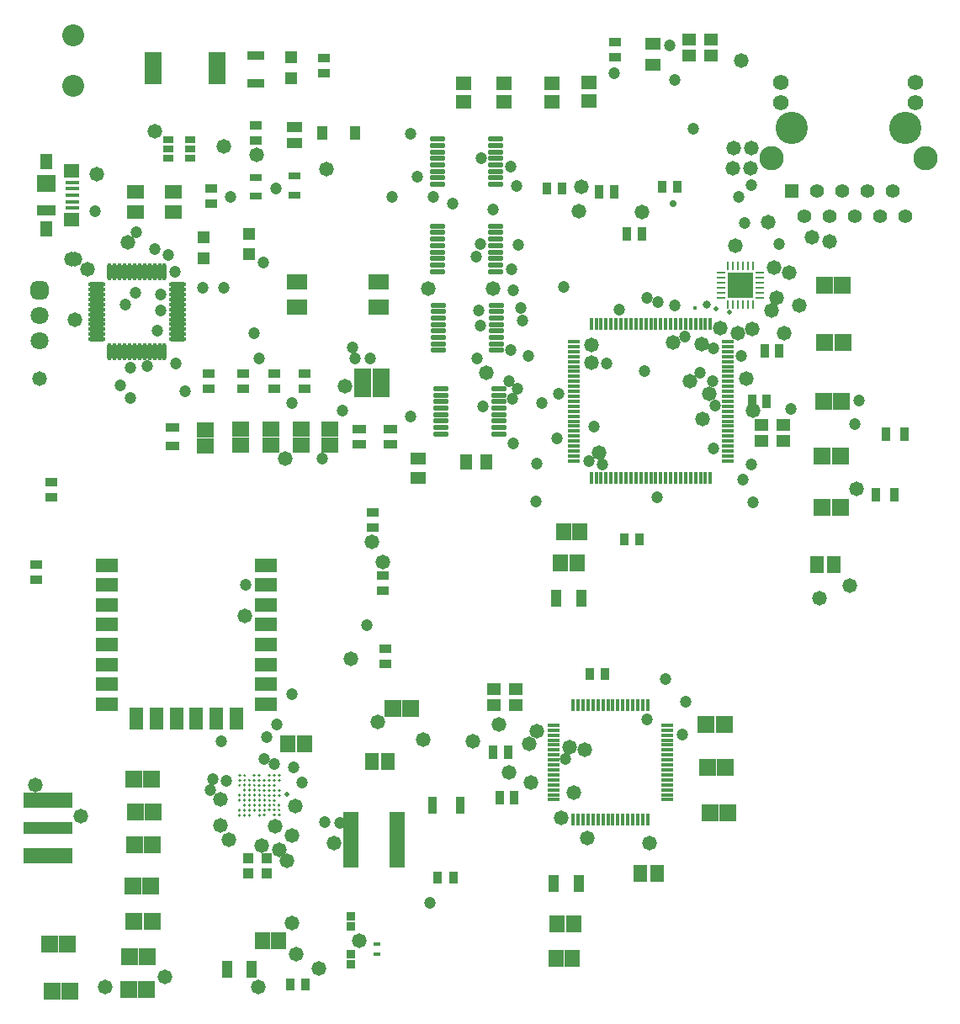
<source format=gts>
G04*
G04 #@! TF.GenerationSoftware,Altium Limited,Altium Designer,25.8.1 (18)*
G04*
G04 Layer_Color=8388736*
%FSLAX44Y44*%
%MOMM*%
G71*
G04*
G04 #@! TF.SameCoordinates,5D46F635-8B12-49F8-90BD-38314D954B60*
G04*
G04*
G04 #@! TF.FilePolarity,Negative*
G04*
G01*
G75*
%ADD16R,5.0000X1.2000*%
%ADD17R,5.0000X1.6000*%
%ADD20R,1.3098X0.9061*%
G04:AMPARAMS|DCode=21|XSize=1.5mm|YSize=0.45mm|CornerRadius=0.0495mm|HoleSize=0mm|Usage=FLASHONLY|Rotation=0.000|XOffset=0mm|YOffset=0mm|HoleType=Round|Shape=RoundedRectangle|*
%AMROUNDEDRECTD21*
21,1,1.5000,0.3510,0,0,0.0*
21,1,1.4010,0.4500,0,0,0.0*
1,1,0.0990,0.7005,-0.1755*
1,1,0.0990,-0.7005,-0.1755*
1,1,0.0990,-0.7005,0.1755*
1,1,0.0990,0.7005,0.1755*
%
%ADD21ROUNDEDRECTD21*%
%ADD22R,1.2000X0.3000*%
%ADD23R,0.3000X1.2000*%
G04:AMPARAMS|DCode=24|XSize=0.8611mm|YSize=0.2393mm|CornerRadius=0.1196mm|HoleSize=0mm|Usage=FLASHONLY|Rotation=0.000|XOffset=0mm|YOffset=0mm|HoleType=Round|Shape=RoundedRectangle|*
%AMROUNDEDRECTD24*
21,1,0.8611,0.0000,0,0,0.0*
21,1,0.6218,0.2393,0,0,0.0*
1,1,0.2393,0.3109,0.0000*
1,1,0.2393,-0.3109,0.0000*
1,1,0.2393,-0.3109,0.0000*
1,1,0.2393,0.3109,0.0000*
%
%ADD24ROUNDEDRECTD24*%
%ADD26R,1.0000X1.8000*%
%ADD27R,1.4000X1.2000*%
%ADD29R,0.9500X1.3500*%
%ADD30R,0.9061X1.3098*%
%ADD31R,1.5562X1.4546*%
%ADD32R,0.9500X1.4000*%
%ADD34R,1.3061X1.5098*%
%ADD35R,0.9500X1.7000*%
%ADD36R,1.2000X1.2000*%
%ADD37R,1.3000X0.7000*%
%ADD39R,1.7000X0.9500*%
%ADD40R,1.5098X1.3061*%
%ADD41R,1.3500X0.9500*%
%ADD42R,1.0000X0.7000*%
%ADD43R,1.3000X1.6500*%
%ADD44R,1.5500X1.4250*%
%ADD45R,1.3800X0.4500*%
%ADD46R,1.9000X1.8000*%
%ADD47R,1.9000X1.0000*%
%ADD50R,1.4000X0.9500*%
%ADD52R,1.1000X1.0000*%
G04:AMPARAMS|DCode=53|XSize=0.2393mm|YSize=0.8611mm|CornerRadius=0.1196mm|HoleSize=0mm|Usage=FLASHONLY|Rotation=0.000|XOffset=0mm|YOffset=0mm|HoleType=Round|Shape=RoundedRectangle|*
%AMROUNDEDRECTD53*
21,1,0.2393,0.6218,0,0,0.0*
21,1,0.0000,0.8611,0,0,0.0*
1,1,0.2393,0.0000,-0.3109*
1,1,0.2393,0.0000,-0.3109*
1,1,0.2393,0.0000,0.3109*
1,1,0.2393,0.0000,0.3109*
%
%ADD53ROUNDEDRECTD53*%
%ADD54R,0.8611X0.2393*%
%ADD55R,2.1590X1.5240*%
%ADD56R,1.7200X3.2000*%
%ADD58R,1.0000X1.4000*%
%ADD61R,1.5562X1.2552*%
%ADD62R,0.6600X0.4100*%
%ADD63R,1.6000X5.7000*%
%ADD64C,0.1650*%
%ADD65R,2.2032X1.4032*%
%ADD66R,1.4032X2.2032*%
%ADD67R,1.5532X1.6532*%
%ADD68R,1.7032X1.7532*%
%ADD69R,2.6000X2.6000*%
%ADD70R,1.4532X1.6532*%
%ADD71R,1.6532X1.5032*%
%ADD72O,1.7532X0.4532*%
%ADD73O,0.4532X1.7532*%
%ADD74R,0.9232X0.9232*%
%ADD75R,1.5532X1.0532*%
%ADD76R,1.7532X1.4532*%
%ADD77R,1.7032X2.9032*%
%ADD78C,1.5700*%
%ADD79C,2.4500*%
%ADD80C,2.2032*%
G04:AMPARAMS|DCode=81|XSize=1.8032mm|YSize=1.8032mm|CornerRadius=0.5016mm|HoleSize=0mm|Usage=FLASHONLY|Rotation=270.000|XOffset=0mm|YOffset=0mm|HoleType=Round|Shape=RoundedRectangle|*
%AMROUNDEDRECTD81*
21,1,1.8032,0.8000,0,0,270.0*
21,1,0.8000,1.8032,0,0,270.0*
1,1,1.0032,-0.4000,-0.4000*
1,1,1.0032,-0.4000,0.4000*
1,1,1.0032,0.4000,0.4000*
1,1,1.0032,0.4000,-0.4000*
%
%ADD81ROUNDEDRECTD81*%
%ADD82C,1.4000*%
%ADD83R,1.4000X1.4000*%
%ADD84C,3.2500*%
%ADD85C,1.8032*%
%ADD86C,1.2032*%
%ADD87C,1.4732*%
%ADD88C,0.5032*%
%ADD89C,0.7032*%
%ADD90C,0.8032*%
%ADD91C,0.4032*%
D16*
X29420Y187960D02*
D03*
D17*
Y160260D02*
D03*
Y215660D02*
D03*
D20*
X367030Y442101D02*
D03*
X238760Y895491D02*
D03*
X257810Y645301D02*
D03*
X369570Y352779D02*
D03*
X307340Y962801D02*
D03*
Y947279D02*
D03*
X238760Y879969D02*
D03*
X194310Y816469D02*
D03*
Y831991D02*
D03*
X191770Y645160D02*
D03*
Y629639D02*
D03*
X226060Y645301D02*
D03*
Y629779D02*
D03*
X257810D02*
D03*
X288290Y645301D02*
D03*
Y629779D02*
D03*
X33020Y535940D02*
D03*
Y520419D02*
D03*
X17780Y437869D02*
D03*
Y453390D02*
D03*
X356870Y505601D02*
D03*
Y490079D02*
D03*
X367030Y426579D02*
D03*
X369570Y368300D02*
D03*
X600710Y979311D02*
D03*
Y963789D02*
D03*
D21*
X479850Y861770D02*
D03*
X483450Y604070D02*
D03*
X480910Y688190D02*
D03*
X479850Y855270D02*
D03*
Y767640D02*
D03*
X421850Y848770D02*
D03*
Y835770D02*
D03*
Y842270D02*
D03*
Y761140D02*
D03*
X422910Y681690D02*
D03*
Y668690D02*
D03*
Y675190D02*
D03*
X425450Y584570D02*
D03*
Y597570D02*
D03*
Y591070D02*
D03*
X421850Y754640D02*
D03*
Y748140D02*
D03*
Y881270D02*
D03*
X479850D02*
D03*
Y874770D02*
D03*
Y868270D02*
D03*
Y848770D02*
D03*
Y842270D02*
D03*
Y835770D02*
D03*
X421850Y855270D02*
D03*
Y861770D02*
D03*
Y868270D02*
D03*
Y874770D02*
D03*
X480910Y714190D02*
D03*
Y707690D02*
D03*
Y701190D02*
D03*
Y694690D02*
D03*
Y681690D02*
D03*
Y675190D02*
D03*
Y668690D02*
D03*
X422910Y688190D02*
D03*
Y694690D02*
D03*
Y701190D02*
D03*
Y707690D02*
D03*
Y714190D02*
D03*
X483450Y630070D02*
D03*
Y623570D02*
D03*
Y617070D02*
D03*
Y610570D02*
D03*
Y597570D02*
D03*
Y591070D02*
D03*
Y584570D02*
D03*
X425450Y604070D02*
D03*
Y610570D02*
D03*
Y617070D02*
D03*
Y623570D02*
D03*
Y630070D02*
D03*
X479850Y793640D02*
D03*
Y787140D02*
D03*
Y780640D02*
D03*
Y774140D02*
D03*
Y761140D02*
D03*
Y754640D02*
D03*
Y748140D02*
D03*
X421850Y767640D02*
D03*
Y774140D02*
D03*
Y780640D02*
D03*
Y787140D02*
D03*
Y793640D02*
D03*
D22*
X713800Y557460D02*
D03*
Y562460D02*
D03*
Y567460D02*
D03*
Y572460D02*
D03*
Y577460D02*
D03*
Y582460D02*
D03*
Y587460D02*
D03*
Y592460D02*
D03*
Y597460D02*
D03*
Y602460D02*
D03*
Y607460D02*
D03*
Y612460D02*
D03*
Y617460D02*
D03*
Y622460D02*
D03*
Y627460D02*
D03*
Y632460D02*
D03*
Y637460D02*
D03*
Y642460D02*
D03*
Y647460D02*
D03*
Y652460D02*
D03*
Y657460D02*
D03*
Y662460D02*
D03*
Y667460D02*
D03*
Y672460D02*
D03*
Y677460D02*
D03*
X558800D02*
D03*
Y672460D02*
D03*
Y667460D02*
D03*
Y662460D02*
D03*
Y657460D02*
D03*
Y652460D02*
D03*
Y647460D02*
D03*
Y642460D02*
D03*
Y637460D02*
D03*
Y632460D02*
D03*
Y627460D02*
D03*
Y622460D02*
D03*
Y617460D02*
D03*
Y612460D02*
D03*
Y607460D02*
D03*
Y602460D02*
D03*
Y597460D02*
D03*
Y592460D02*
D03*
Y587460D02*
D03*
Y582460D02*
D03*
Y577460D02*
D03*
Y572460D02*
D03*
Y567460D02*
D03*
Y562460D02*
D03*
Y557460D02*
D03*
X653130Y286500D02*
D03*
X538130Y236500D02*
D03*
X653130Y291500D02*
D03*
Y281500D02*
D03*
Y276500D02*
D03*
Y271500D02*
D03*
Y266500D02*
D03*
Y261500D02*
D03*
Y256500D02*
D03*
Y251500D02*
D03*
Y246500D02*
D03*
Y241500D02*
D03*
Y236500D02*
D03*
Y231500D02*
D03*
Y226500D02*
D03*
Y221500D02*
D03*
Y216500D02*
D03*
X538130D02*
D03*
Y221500D02*
D03*
Y226500D02*
D03*
Y231500D02*
D03*
Y241500D02*
D03*
Y246500D02*
D03*
Y251500D02*
D03*
Y256500D02*
D03*
Y261500D02*
D03*
Y266500D02*
D03*
Y271500D02*
D03*
Y276500D02*
D03*
Y281500D02*
D03*
Y286500D02*
D03*
Y291500D02*
D03*
D23*
X696300Y694960D02*
D03*
X691300D02*
D03*
X686300D02*
D03*
X681300D02*
D03*
X676300D02*
D03*
X671300D02*
D03*
X666300D02*
D03*
X661300D02*
D03*
X656300D02*
D03*
X651300D02*
D03*
X646300D02*
D03*
X641300D02*
D03*
X636300D02*
D03*
X631300D02*
D03*
X626300D02*
D03*
X621300D02*
D03*
X616300D02*
D03*
X611300D02*
D03*
X606300D02*
D03*
X601300D02*
D03*
X596300D02*
D03*
X591300D02*
D03*
X586300D02*
D03*
X581300D02*
D03*
X576300D02*
D03*
Y539960D02*
D03*
X581300D02*
D03*
X586300D02*
D03*
X591300D02*
D03*
X596300D02*
D03*
X601300D02*
D03*
X606300D02*
D03*
X611300D02*
D03*
X616300D02*
D03*
X621300D02*
D03*
X626300D02*
D03*
X631300D02*
D03*
X636300D02*
D03*
X641300D02*
D03*
X646300D02*
D03*
X651300D02*
D03*
X656300D02*
D03*
X661300D02*
D03*
X666300D02*
D03*
X671300D02*
D03*
X676300D02*
D03*
X681300D02*
D03*
X686300D02*
D03*
X691300D02*
D03*
X696300D02*
D03*
X628130Y196500D02*
D03*
X563130Y311500D02*
D03*
Y196500D02*
D03*
X558130Y311500D02*
D03*
X568130D02*
D03*
X573130D02*
D03*
X578130D02*
D03*
X583130D02*
D03*
X588130D02*
D03*
X593130D02*
D03*
X598130D02*
D03*
X603130D02*
D03*
X608130D02*
D03*
X613130D02*
D03*
X618130D02*
D03*
X623130D02*
D03*
X628130D02*
D03*
X633130D02*
D03*
Y196500D02*
D03*
X623130D02*
D03*
X618130D02*
D03*
X613130D02*
D03*
X608130D02*
D03*
X603130D02*
D03*
X598130D02*
D03*
X593130D02*
D03*
X588130D02*
D03*
X583130D02*
D03*
X578130D02*
D03*
X573130D02*
D03*
X568130D02*
D03*
X558130D02*
D03*
D24*
X745695Y741560D02*
D03*
Y746560D02*
D03*
Y721560D02*
D03*
Y736560D02*
D03*
Y726560D02*
D03*
Y731560D02*
D03*
X707185Y721560D02*
D03*
Y726560D02*
D03*
Y731560D02*
D03*
Y736560D02*
D03*
Y741560D02*
D03*
D26*
X566420Y419100D02*
D03*
X541420D02*
D03*
X234750Y45720D02*
D03*
X209750D02*
D03*
X563880Y132080D02*
D03*
X538880D02*
D03*
D27*
X747620Y577850D02*
D03*
X769620Y593850D02*
D03*
Y577850D02*
D03*
X747620Y593850D02*
D03*
X675230Y981200D02*
D03*
X697230D02*
D03*
Y965200D02*
D03*
X675230D02*
D03*
X478380Y327660D02*
D03*
X500380D02*
D03*
Y311660D02*
D03*
X478380D02*
D03*
D29*
X750810Y668020D02*
D03*
X738110Y617220D02*
D03*
X584440Y828040D02*
D03*
X612260Y786130D02*
D03*
X484110Y218440D02*
D03*
X477760Y264160D02*
D03*
X492760D02*
D03*
X499110Y218440D02*
D03*
X753110Y617220D02*
D03*
X627260Y786130D02*
D03*
X599440Y828040D02*
D03*
X765810Y668020D02*
D03*
D30*
X647419Y833120D02*
D03*
X531849Y831850D02*
D03*
X609459Y478790D02*
D03*
X575029Y342900D02*
D03*
X437590Y138510D02*
D03*
X289000Y30560D02*
D03*
X624981Y478790D02*
D03*
X422068Y138510D02*
D03*
X662940Y833120D02*
D03*
X547370Y831850D02*
D03*
X273478Y30560D02*
D03*
X590550Y342900D02*
D03*
D31*
X574040Y919480D02*
D03*
X488950Y919112D02*
D03*
X537210D02*
D03*
X448310Y918744D02*
D03*
X574040Y937996D02*
D03*
X537210Y937628D02*
D03*
X448310Y937260D02*
D03*
X488950Y937628D02*
D03*
D32*
X891540Y584200D02*
D03*
X881380Y523240D02*
D03*
X862880D02*
D03*
X873040Y584200D02*
D03*
D34*
X450850Y556260D02*
D03*
X470371D02*
D03*
D35*
X444500Y210820D02*
D03*
X416500D02*
D03*
D36*
X274320Y942340D02*
D03*
X232410Y786130D02*
D03*
X186690Y782320D02*
D03*
X274320Y963340D02*
D03*
X232410Y765130D02*
D03*
X186690Y761320D02*
D03*
D37*
X278130Y824890D02*
D03*
X238760Y823620D02*
D03*
X278130Y843890D02*
D03*
X238760Y842620D02*
D03*
D39*
Y937230D02*
D03*
Y965230D02*
D03*
D40*
X402590Y560070D02*
D03*
Y540549D02*
D03*
D41*
X342900Y574160D02*
D03*
X374650D02*
D03*
Y589160D02*
D03*
X342900D02*
D03*
D42*
X172720Y861720D02*
D03*
Y880720D02*
D03*
Y871220D02*
D03*
X150730Y861720D02*
D03*
Y871220D02*
D03*
Y880720D02*
D03*
D43*
X27590Y858505D02*
D03*
Y791005D02*
D03*
D44*
X53340Y849630D02*
D03*
Y799880D02*
D03*
D45*
X54190Y811755D02*
D03*
Y818255D02*
D03*
Y824755D02*
D03*
Y831255D02*
D03*
Y837755D02*
D03*
D46*
X27590Y836255D02*
D03*
D47*
Y809255D02*
D03*
D50*
X154940Y590910D02*
D03*
Y572410D02*
D03*
D52*
X250190Y142240D02*
D03*
X231190Y157240D02*
D03*
X250190D02*
D03*
X231190Y142240D02*
D03*
D53*
X738940Y714805D02*
D03*
X733940D02*
D03*
X713940Y753315D02*
D03*
X718940D02*
D03*
X723940D02*
D03*
X728940D02*
D03*
X733940D02*
D03*
X738940D02*
D03*
X728940Y714805D02*
D03*
X723940D02*
D03*
X718940D02*
D03*
X713940D02*
D03*
D54*
X707185Y746560D02*
D03*
D55*
X280035Y712470D02*
D03*
Y737870D02*
D03*
X362585D02*
D03*
Y712470D02*
D03*
D56*
X135590Y952500D02*
D03*
X199690D02*
D03*
D58*
X306080Y887730D02*
D03*
X339080D02*
D03*
D61*
X638810Y956310D02*
D03*
Y976820D02*
D03*
D62*
X360680Y71060D02*
D03*
Y60960D02*
D03*
D63*
X381090Y176530D02*
D03*
X334090D02*
D03*
D64*
X263235Y220980D02*
G03*
X263235Y220980I-825J0D01*
G01*
X258235D02*
G03*
X258235Y220980I-825J0D01*
G01*
X253235D02*
G03*
X253235Y220980I-825J0D01*
G01*
X248235D02*
G03*
X248235Y220980I-825J0D01*
G01*
X243235D02*
G03*
X243235Y220980I-825J0D01*
G01*
X238235D02*
G03*
X238235Y220980I-825J0D01*
G01*
X233235D02*
G03*
X233235Y220980I-825J0D01*
G01*
X228235D02*
G03*
X228235Y220980I-825J0D01*
G01*
X223235D02*
G03*
X223235Y220980I-825J0D01*
G01*
X263235Y200980D02*
G03*
X263235Y200980I-825J0D01*
G01*
X258235D02*
G03*
X258235Y200980I-825J0D01*
G01*
X248235D02*
G03*
X248235Y200980I-825J0D01*
G01*
X243235D02*
G03*
X243235Y200980I-825J0D01*
G01*
X233235D02*
G03*
X233235Y200980I-825J0D01*
G01*
X228235D02*
G03*
X228235Y200980I-825J0D01*
G01*
X223235D02*
G03*
X223235Y200980I-825J0D01*
G01*
X263235Y205980D02*
G03*
X263235Y205980I-825J0D01*
G01*
X258235D02*
G03*
X258235Y205980I-825J0D01*
G01*
X253235D02*
G03*
X253235Y205980I-825J0D01*
G01*
X248235D02*
G03*
X248235Y205980I-825J0D01*
G01*
X243235D02*
G03*
X243235Y205980I-825J0D01*
G01*
X238235D02*
G03*
X238235Y205980I-825J0D01*
G01*
X233235D02*
G03*
X233235Y205980I-825J0D01*
G01*
X228235D02*
G03*
X228235Y205980I-825J0D01*
G01*
X223235D02*
G03*
X223235Y205980I-825J0D01*
G01*
X263235Y210980D02*
G03*
X263235Y210980I-825J0D01*
G01*
X258235D02*
G03*
X258235Y210980I-825J0D01*
G01*
X253235D02*
G03*
X253235Y210980I-825J0D01*
G01*
X248235D02*
G03*
X248235Y210980I-825J0D01*
G01*
X243235D02*
G03*
X243235Y210980I-825J0D01*
G01*
X238235D02*
G03*
X238235Y210980I-825J0D01*
G01*
X233235D02*
G03*
X233235Y210980I-825J0D01*
G01*
X228235D02*
G03*
X228235Y210980I-825J0D01*
G01*
X258235Y215980D02*
G03*
X258235Y215980I-825J0D01*
G01*
X253235D02*
G03*
X253235Y215980I-825J0D01*
G01*
X248235D02*
G03*
X248235Y215980I-825J0D01*
G01*
X243235D02*
G03*
X243235Y215980I-825J0D01*
G01*
X238235D02*
G03*
X238235Y215980I-825J0D01*
G01*
X233235D02*
G03*
X233235Y215980I-825J0D01*
G01*
X228235D02*
G03*
X228235Y215980I-825J0D01*
G01*
X223235D02*
G03*
X223235Y215980I-825J0D01*
G01*
X263235Y225980D02*
G03*
X263235Y225980I-825J0D01*
G01*
X258235D02*
G03*
X258235Y225980I-825J0D01*
G01*
X253235D02*
G03*
X253235Y225980I-825J0D01*
G01*
X248235D02*
G03*
X248235Y225980I-825J0D01*
G01*
X243235D02*
G03*
X243235Y225980I-825J0D01*
G01*
X238235D02*
G03*
X238235Y225980I-825J0D01*
G01*
X233235D02*
G03*
X233235Y225980I-825J0D01*
G01*
X228235D02*
G03*
X228235Y225980I-825J0D01*
G01*
X258235Y230980D02*
G03*
X258235Y230980I-825J0D01*
G01*
X253235D02*
G03*
X253235Y230980I-825J0D01*
G01*
X248235D02*
G03*
X248235Y230980I-825J0D01*
G01*
X243235D02*
G03*
X243235Y230980I-825J0D01*
G01*
X238235D02*
G03*
X238235Y230980I-825J0D01*
G01*
X233235D02*
G03*
X233235Y230980I-825J0D01*
G01*
X228235D02*
G03*
X228235Y230980I-825J0D01*
G01*
X223235D02*
G03*
X223235Y230980I-825J0D01*
G01*
X263235Y235980D02*
G03*
X263235Y235980I-825J0D01*
G01*
X258235D02*
G03*
X258235Y235980I-825J0D01*
G01*
X253235D02*
G03*
X253235Y235980I-825J0D01*
G01*
X248235D02*
G03*
X248235Y235980I-825J0D01*
G01*
X243235D02*
G03*
X243235Y235980I-825J0D01*
G01*
X238235D02*
G03*
X238235Y235980I-825J0D01*
G01*
X233235D02*
G03*
X233235Y235980I-825J0D01*
G01*
X228235D02*
G03*
X228235Y235980I-825J0D01*
G01*
X223235D02*
G03*
X223235Y235980I-825J0D01*
G01*
X263235Y240980D02*
G03*
X263235Y240980I-825J0D01*
G01*
X258235D02*
G03*
X258235Y240980I-825J0D01*
G01*
X253235D02*
G03*
X253235Y240980I-825J0D01*
G01*
X243235D02*
G03*
X243235Y240980I-825J0D01*
G01*
X238235D02*
G03*
X238235Y240980I-825J0D01*
G01*
X228235D02*
G03*
X228235Y240980I-825J0D01*
G01*
X223235D02*
G03*
X223235Y240980I-825J0D01*
G01*
D65*
X248910Y312630D02*
D03*
Y332630D02*
D03*
Y352630D02*
D03*
Y372630D02*
D03*
Y392630D02*
D03*
Y412630D02*
D03*
Y432630D02*
D03*
Y452630D02*
D03*
X88910D02*
D03*
Y412630D02*
D03*
Y432630D02*
D03*
Y392630D02*
D03*
Y372630D02*
D03*
Y352630D02*
D03*
Y332630D02*
D03*
Y312630D02*
D03*
D66*
X218910Y297830D02*
D03*
X198910D02*
D03*
X178910D02*
D03*
X158910D02*
D03*
X138910D02*
D03*
X118910D02*
D03*
D67*
X548650Y486410D02*
D03*
X545470Y454660D02*
D03*
X565150Y486410D02*
D03*
X561970Y454660D02*
D03*
X557530Y57150D02*
D03*
X542300Y91440D02*
D03*
X287730Y273130D02*
D03*
X245200Y74930D02*
D03*
X558800Y91440D02*
D03*
X541030Y57150D02*
D03*
X261700Y74930D02*
D03*
X271230Y273130D02*
D03*
D68*
X811310Y734060D02*
D03*
X811530Y676910D02*
D03*
X810040Y617220D02*
D03*
X808990Y562610D02*
D03*
Y510540D02*
D03*
X693200Y248920D02*
D03*
X692040Y292100D02*
D03*
X695740Y203200D02*
D03*
X394410Y308690D02*
D03*
X116060Y237570D02*
D03*
X117890Y204470D02*
D03*
X116620Y171450D02*
D03*
X116280Y94060D02*
D03*
X114790Y129620D02*
D03*
X31530Y71120D02*
D03*
X111540Y58420D02*
D03*
X110980Y25480D02*
D03*
X34070Y24130D02*
D03*
X376410Y308690D02*
D03*
X826990Y562610D02*
D03*
Y510540D02*
D03*
X128980Y25480D02*
D03*
X129540Y58420D02*
D03*
X132790Y129620D02*
D03*
X134280Y94060D02*
D03*
X134620Y171450D02*
D03*
X135890Y204470D02*
D03*
X52070Y24130D02*
D03*
X49530Y71120D02*
D03*
X134060Y237570D02*
D03*
X710040Y292100D02*
D03*
X711200Y248920D02*
D03*
X713740Y203200D02*
D03*
X829310Y734060D02*
D03*
X829530Y676910D02*
D03*
X828040Y617220D02*
D03*
D69*
X726440Y734060D02*
D03*
D70*
X803920Y453390D02*
D03*
X626120Y142240D02*
D03*
X372110Y255270D02*
D03*
X355610D02*
D03*
X642620Y142240D02*
D03*
X820420Y453390D02*
D03*
D71*
X284480Y589660D02*
D03*
X254000D02*
D03*
X313690Y573660D02*
D03*
X223520Y589280D02*
D03*
X187960Y588390D02*
D03*
X313690Y589660D02*
D03*
X284480Y573660D02*
D03*
X254000D02*
D03*
X223520Y573280D02*
D03*
X187960Y572390D02*
D03*
D72*
X159630Y729890D02*
D03*
X79130Y699890D02*
D03*
X159630Y734890D02*
D03*
Y724890D02*
D03*
Y719890D02*
D03*
Y714890D02*
D03*
Y709890D02*
D03*
Y704890D02*
D03*
Y699890D02*
D03*
Y694890D02*
D03*
Y689890D02*
D03*
Y684890D02*
D03*
Y679890D02*
D03*
X79130D02*
D03*
Y684890D02*
D03*
Y689890D02*
D03*
Y694890D02*
D03*
Y704890D02*
D03*
Y709890D02*
D03*
Y714890D02*
D03*
Y719890D02*
D03*
Y724890D02*
D03*
Y729890D02*
D03*
Y734890D02*
D03*
D73*
X141880Y667140D02*
D03*
X96880Y747640D02*
D03*
X91880D02*
D03*
X101880D02*
D03*
X106880D02*
D03*
X111880D02*
D03*
X116880D02*
D03*
X121880D02*
D03*
X126880D02*
D03*
X131880D02*
D03*
X136880D02*
D03*
X141880D02*
D03*
X146880D02*
D03*
Y667140D02*
D03*
X136880D02*
D03*
X131880D02*
D03*
X126880D02*
D03*
X121880D02*
D03*
X116880D02*
D03*
X111880D02*
D03*
X106880D02*
D03*
X101880D02*
D03*
X96880D02*
D03*
X91880D02*
D03*
D74*
X334720Y88980D02*
D03*
Y51040D02*
D03*
Y98980D02*
D03*
Y61040D02*
D03*
D75*
X278130Y893440D02*
D03*
Y876940D02*
D03*
D76*
X156210Y828130D02*
D03*
Y807630D02*
D03*
X118110Y828130D02*
D03*
Y807630D02*
D03*
D77*
X365100Y636270D02*
D03*
X346100D02*
D03*
D78*
X902970Y918230D02*
D03*
Y938530D02*
D03*
X767270Y918230D02*
D03*
Y938530D02*
D03*
D79*
X912620Y862330D02*
D03*
X757620D02*
D03*
D80*
X55150Y934720D02*
D03*
Y985520D02*
D03*
D81*
X21590Y728980D02*
D03*
D82*
X892270Y803930D02*
D03*
X879570Y829330D02*
D03*
X866870Y803930D02*
D03*
X854170Y829330D02*
D03*
X841470Y803930D02*
D03*
X828770Y829330D02*
D03*
X816070Y803930D02*
D03*
X803370Y829330D02*
D03*
X790670Y803930D02*
D03*
D83*
X777970Y829330D02*
D03*
D84*
Y892830D02*
D03*
X892270D02*
D03*
D85*
X21590Y703580D02*
D03*
Y678180D02*
D03*
D86*
X308610Y194310D02*
D03*
X195580Y237490D02*
D03*
X323110Y193040D02*
D03*
X192791Y226333D02*
D03*
X259599Y292619D02*
D03*
X250190Y279400D02*
D03*
X204470Y275590D02*
D03*
X208782Y235452D02*
D03*
X497369Y619882D02*
D03*
X276860Y248920D02*
D03*
X502374Y630236D02*
D03*
X275590Y322580D02*
D03*
X257810Y252730D02*
D03*
X247524Y257873D02*
D03*
X463550Y708660D02*
D03*
X493675Y638035D02*
D03*
X350520Y392430D02*
D03*
X466090Y862330D02*
D03*
X228600Y433070D02*
D03*
X737870Y553720D02*
D03*
X739140Y515620D02*
D03*
X642620Y520590D02*
D03*
X520700Y516890D02*
D03*
X285640Y233680D02*
D03*
X521970Y554990D02*
D03*
X461132Y660278D02*
D03*
X497840Y575310D02*
D03*
X527050Y615950D02*
D03*
X512815Y662763D02*
D03*
X668020Y281940D02*
D03*
X671830Y314960D02*
D03*
X651510Y337820D02*
D03*
X632460Y297180D02*
D03*
X542290Y580390D02*
D03*
X507110Y698500D02*
D03*
X543560Y624840D02*
D03*
X495300Y669290D02*
D03*
X497840Y728980D02*
D03*
X550630Y257152D02*
D03*
X588010Y553720D02*
D03*
X591820Y655320D02*
D03*
X632460Y721360D02*
D03*
X502708Y774488D02*
D03*
X643293Y717501D02*
D03*
X604520Y709860D02*
D03*
X496570Y750570D02*
D03*
X394970Y601980D02*
D03*
X336550Y671830D02*
D03*
X237490Y685800D02*
D03*
X246380Y756920D02*
D03*
X375920Y822960D02*
D03*
X401320Y843280D02*
D03*
X417830Y822960D02*
D03*
X436880Y816610D02*
D03*
X477520Y810260D02*
D03*
X118200Y787520D02*
D03*
X573977Y556863D02*
D03*
X461010Y763270D02*
D03*
X501678Y834362D02*
D03*
X579120Y591820D02*
D03*
X495300Y853440D02*
D03*
X394793Y886283D02*
D03*
X464820Y693420D02*
D03*
X157480Y748030D02*
D03*
X143510Y725170D02*
D03*
X467360Y612140D02*
D03*
X158750Y655620D02*
D03*
X167640Y627380D02*
D03*
X339090Y660400D02*
D03*
X151130Y764540D02*
D03*
X464820Y775970D02*
D03*
X354330Y660400D02*
D03*
X143510Y708660D02*
D03*
X139700Y688340D02*
D03*
X242570Y660400D02*
D03*
X107888Y714485D02*
D03*
X118110Y726890D02*
D03*
X275590Y615950D02*
D03*
X137160Y770890D02*
D03*
X185420Y731520D02*
D03*
X306070Y560070D02*
D03*
X326390Y608330D02*
D03*
X505460Y711200D02*
D03*
X548640Y732790D02*
D03*
X259080Y831850D02*
D03*
X213360Y822960D02*
D03*
X77470Y808990D02*
D03*
X113030Y621030D02*
D03*
X129380Y653304D02*
D03*
X113030Y651510D02*
D03*
X102870Y633730D02*
D03*
X207010Y731520D02*
D03*
X655320Y975360D02*
D03*
X660400Y941070D02*
D03*
X679450Y891540D02*
D03*
X725170Y822960D02*
D03*
X737191Y834981D02*
D03*
X730624Y797186D02*
D03*
X599440Y947420D02*
D03*
X414020Y113030D02*
D03*
X765810Y775970D02*
D03*
X660748Y714147D02*
D03*
X670720Y682460D02*
D03*
X685427Y646058D02*
D03*
X728980Y538590D02*
D03*
X699770Y570230D02*
D03*
X727710Y662940D02*
D03*
X699607Y670854D02*
D03*
X777240Y609600D02*
D03*
X701040Y613410D02*
D03*
X698693Y637347D02*
D03*
X845820Y618490D02*
D03*
X629920Y647700D02*
D03*
X842010Y594360D02*
D03*
D87*
X203382Y217283D02*
D03*
X278467Y209932D02*
D03*
X355854Y475996D02*
D03*
X227838Y401320D02*
D03*
X471170Y646430D02*
D03*
X545740Y198120D02*
D03*
X569509Y266502D02*
D03*
X584480Y566076D02*
D03*
X110490Y777240D02*
D03*
X736600Y851790D02*
D03*
X754380Y797560D02*
D03*
X675789Y637559D02*
D03*
X775970Y746760D02*
D03*
X576926Y674300D02*
D03*
X695293Y624903D02*
D03*
X760730Y751840D02*
D03*
X576477Y656304D02*
D03*
X732790Y640080D02*
D03*
X757503Y708384D02*
D03*
X770890Y685800D02*
D03*
X724007Y685722D02*
D03*
X705891Y691001D02*
D03*
X739584Y607631D02*
D03*
X688700Y599800D02*
D03*
X836930Y431800D02*
D03*
X806450Y419100D02*
D03*
X515620Y233680D02*
D03*
X494030Y243840D02*
D03*
X57150Y760730D02*
D03*
X53340D02*
D03*
X57150Y699770D02*
D03*
X275590Y180340D02*
D03*
X258530Y190150D02*
D03*
X245039Y170090D02*
D03*
X203200Y190500D02*
D03*
X17272Y230886D02*
D03*
X147320Y38100D02*
D03*
X87630Y27940D02*
D03*
X843280Y529590D02*
D03*
X763270Y721360D02*
D03*
X786130Y713740D02*
D03*
X687559Y675323D02*
D03*
X721360Y773660D02*
D03*
X566420Y833120D02*
D03*
X563880Y808990D02*
D03*
X738174Y690497D02*
D03*
X718820Y851790D02*
D03*
X720090Y872490D02*
D03*
X737870D02*
D03*
X659130Y676910D02*
D03*
X726984Y960664D02*
D03*
X816610Y778510D02*
D03*
X798830Y782320D02*
D03*
X627380Y807720D02*
D03*
X361950Y294640D02*
D03*
X407670Y276860D02*
D03*
X558750Y223520D02*
D03*
X554990Y269240D02*
D03*
X483870Y292100D02*
D03*
X521970Y285750D02*
D03*
X572770Y177800D02*
D03*
X635000Y172720D02*
D03*
X457200Y275590D02*
D03*
X514350Y273050D02*
D03*
X241300Y27940D02*
D03*
X63104Y200294D02*
D03*
X270510Y154940D02*
D03*
X262277Y166510D02*
D03*
X212090Y176530D02*
D03*
X342900Y74930D02*
D03*
X275080Y92365D02*
D03*
X302260Y46990D02*
D03*
X279400Y60960D02*
D03*
X69850Y750570D02*
D03*
X317246Y172720D02*
D03*
X268224Y559562D02*
D03*
X328930Y632714D02*
D03*
X334264Y358648D02*
D03*
X366268Y455676D02*
D03*
X21590Y640080D02*
D03*
X477774Y731012D02*
D03*
X411988D02*
D03*
X239776Y865378D02*
D03*
X137160Y889000D02*
D03*
X78740Y845820D02*
D03*
X206738Y873760D02*
D03*
X309880Y850900D02*
D03*
D88*
X270510Y222250D02*
D03*
X715082Y707099D02*
D03*
X702310Y710430D02*
D03*
D89*
X659130Y816610D02*
D03*
D90*
X692528Y714632D02*
D03*
D91*
X680720Y711041D02*
D03*
M02*

</source>
